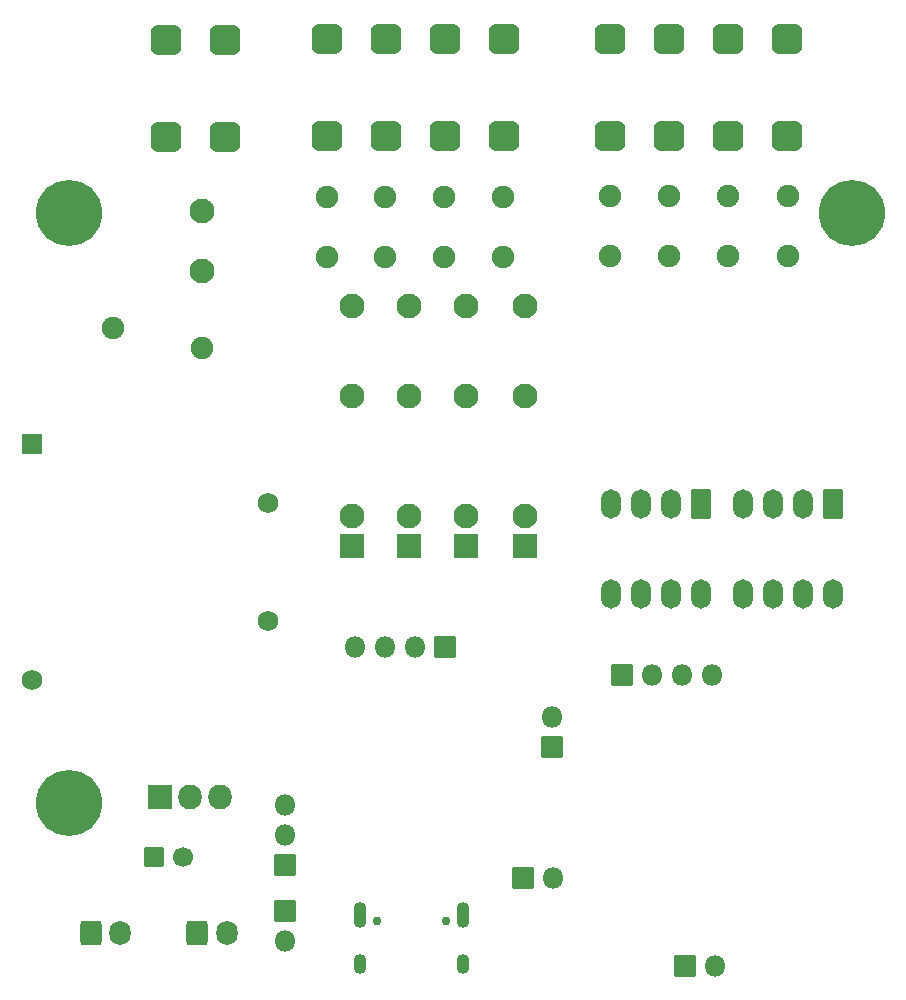
<source format=gbs>
G04 #@! TF.GenerationSoftware,KiCad,Pcbnew,(6.0.5)*
G04 #@! TF.CreationDate,2022-09-21T22:34:43+02:00*
G04 #@! TF.ProjectId,hamodule,68616d6f-6475-46c6-952e-6b696361645f,20220918.20*
G04 #@! TF.SameCoordinates,Original*
G04 #@! TF.FileFunction,Soldermask,Bot*
G04 #@! TF.FilePolarity,Negative*
%FSLAX46Y46*%
G04 Gerber Fmt 4.6, Leading zero omitted, Abs format (unit mm)*
G04 Created by KiCad (PCBNEW (6.0.5)) date 2022-09-21 22:34:43*
%MOMM*%
%LPD*%
G01*
G04 APERTURE LIST*
G04 Aperture macros list*
%AMRoundRect*
0 Rectangle with rounded corners*
0 $1 Rounding radius*
0 $2 $3 $4 $5 $6 $7 $8 $9 X,Y pos of 4 corners*
0 Add a 4 corners polygon primitive as box body*
4,1,4,$2,$3,$4,$5,$6,$7,$8,$9,$2,$3,0*
0 Add four circle primitives for the rounded corners*
1,1,$1+$1,$2,$3*
1,1,$1+$1,$4,$5*
1,1,$1+$1,$6,$7*
1,1,$1+$1,$8,$9*
0 Add four rect primitives between the rounded corners*
20,1,$1+$1,$2,$3,$4,$5,0*
20,1,$1+$1,$4,$5,$6,$7,0*
20,1,$1+$1,$6,$7,$8,$9,0*
20,1,$1+$1,$8,$9,$2,$3,0*%
G04 Aperture macros list end*
%ADD10RoundRect,0.050000X1.000000X-1.000000X1.000000X1.000000X-1.000000X1.000000X-1.000000X-1.000000X0*%
%ADD11C,2.100000*%
%ADD12RoundRect,0.050000X-0.850000X-0.850000X0.850000X-0.850000X0.850000X0.850000X-0.850000X0.850000X0*%
%ADD13O,1.800000X1.800000*%
%ADD14C,1.900000*%
%ADD15RoundRect,0.300000X-0.600000X-0.750000X0.600000X-0.750000X0.600000X0.750000X-0.600000X0.750000X0*%
%ADD16O,1.800000X2.100000*%
%ADD17RoundRect,0.050000X-0.825000X-0.825000X0.825000X-0.825000X0.825000X0.825000X-0.825000X0.825000X0*%
%ADD18C,1.750000*%
%ADD19RoundRect,0.050000X-0.952500X-1.000000X0.952500X-1.000000X0.952500X1.000000X-0.952500X1.000000X0*%
%ADD20O,2.005000X2.100000*%
%ADD21RoundRect,0.675000X0.625000X0.625000X-0.625000X0.625000X-0.625000X-0.625000X0.625000X-0.625000X0*%
%ADD22C,5.600000*%
%ADD23RoundRect,0.050000X-0.800000X1.200000X-0.800000X-1.200000X0.800000X-1.200000X0.800000X1.200000X0*%
%ADD24O,1.700000X2.500000*%
%ADD25RoundRect,0.050000X0.850000X-0.850000X0.850000X0.850000X-0.850000X0.850000X-0.850000X-0.850000X0*%
%ADD26RoundRect,0.050000X0.850000X0.850000X-0.850000X0.850000X-0.850000X-0.850000X0.850000X-0.850000X0*%
%ADD27C,0.750000*%
%ADD28O,1.100000X2.200000*%
%ADD29O,1.100000X1.700000*%
%ADD30RoundRect,0.050000X-0.800000X-0.800000X0.800000X-0.800000X0.800000X0.800000X-0.800000X0.800000X0*%
%ADD31C,1.700000*%
%ADD32RoundRect,0.050000X-0.850000X0.850000X-0.850000X-0.850000X0.850000X-0.850000X0.850000X0.850000X0*%
G04 APERTURE END LIST*
D10*
X76581000Y-77470000D03*
D11*
X76581000Y-74930000D03*
X76581000Y-64770000D03*
X76581000Y-57150000D03*
D10*
X71628000Y-77470000D03*
D11*
X71628000Y-74930000D03*
X71628000Y-64770000D03*
X71628000Y-57150000D03*
D10*
X66802000Y-77470000D03*
D11*
X66802000Y-74930000D03*
X66802000Y-64770000D03*
X66802000Y-57150000D03*
D10*
X61976000Y-77470000D03*
D11*
X61976000Y-74930000D03*
X61976000Y-64770000D03*
X61976000Y-57150000D03*
D12*
X56261500Y-108343700D03*
D13*
X56261500Y-110883700D03*
D14*
X41703800Y-59011450D03*
X49203800Y-60644780D03*
D15*
X48832000Y-110219000D03*
D16*
X51332000Y-110219000D03*
D17*
X34839100Y-68805000D03*
D18*
X34839100Y-88805000D03*
X54839100Y-83805000D03*
X54839100Y-73805000D03*
D19*
X45657000Y-98679000D03*
D20*
X48197000Y-98679000D03*
X50737000Y-98679000D03*
D21*
X74849500Y-42758500D03*
X74849500Y-34558501D03*
X69849500Y-42758500D03*
X69849500Y-34558501D03*
X64849500Y-42758500D03*
X64849500Y-34558501D03*
X59849500Y-42758500D03*
X59849500Y-34558501D03*
X46203100Y-34582100D03*
X46203100Y-42782099D03*
X51203100Y-34582100D03*
X51203100Y-42782099D03*
X98809500Y-42718499D03*
X98809500Y-34518500D03*
X93809500Y-42718499D03*
X93809500Y-34518500D03*
X88809500Y-42718499D03*
X88809500Y-34518500D03*
X83809500Y-42718499D03*
X83809500Y-34518500D03*
D11*
X49249500Y-49088500D03*
X49239500Y-54168500D03*
D22*
X104267500Y-49212500D03*
X37973500Y-49212500D03*
D23*
X91454274Y-73923320D03*
D24*
X88914274Y-73923320D03*
X86374274Y-73923320D03*
X83834274Y-73923320D03*
X83834274Y-81543320D03*
X86374274Y-81543320D03*
X88914274Y-81543320D03*
X91454274Y-81543320D03*
D23*
X102630274Y-73923320D03*
D24*
X100090274Y-73923320D03*
X97550274Y-73923320D03*
X95010274Y-73923320D03*
X95010274Y-81543320D03*
X97550274Y-81543320D03*
X100090274Y-81543320D03*
X102630274Y-81543320D03*
D15*
X39835000Y-110219000D03*
D16*
X42335000Y-110219000D03*
D25*
X84783000Y-88341600D03*
D13*
X87323000Y-88341600D03*
X89863000Y-88341600D03*
X92403000Y-88341600D03*
D25*
X90145100Y-112966500D03*
D13*
X92685100Y-112966500D03*
D26*
X56261500Y-104470200D03*
D13*
X56261500Y-101930200D03*
X56261500Y-99390200D03*
D26*
X78880200Y-94462600D03*
D13*
X78880200Y-91922600D03*
D14*
X88773500Y-52895500D03*
X88773500Y-47815500D03*
X98831900Y-52895500D03*
X98831900Y-47815500D03*
D25*
X76403700Y-105524300D03*
D13*
X78943700Y-105524300D03*
D14*
X74690000Y-52959000D03*
X74690000Y-47879000D03*
D27*
X69866000Y-109205900D03*
X64086000Y-109205900D03*
D28*
X71296000Y-108675900D03*
D29*
X62656000Y-112855900D03*
D28*
X62656000Y-108675900D03*
D29*
X71296000Y-112855900D03*
D14*
X93802700Y-52895500D03*
X93802700Y-47815500D03*
X64770000Y-52959000D03*
X64770000Y-47879000D03*
D30*
X45149000Y-103759000D03*
D31*
X47649000Y-103759000D03*
D14*
X83795100Y-52895500D03*
X83795100Y-47815500D03*
X59817000Y-52959000D03*
X59817000Y-47879000D03*
D32*
X69787000Y-85979000D03*
D13*
X67247000Y-85979000D03*
X64707000Y-85979000D03*
X62167000Y-85979000D03*
D22*
X37973500Y-99212500D03*
D14*
X69690000Y-52959000D03*
X69690000Y-47879000D03*
M02*

</source>
